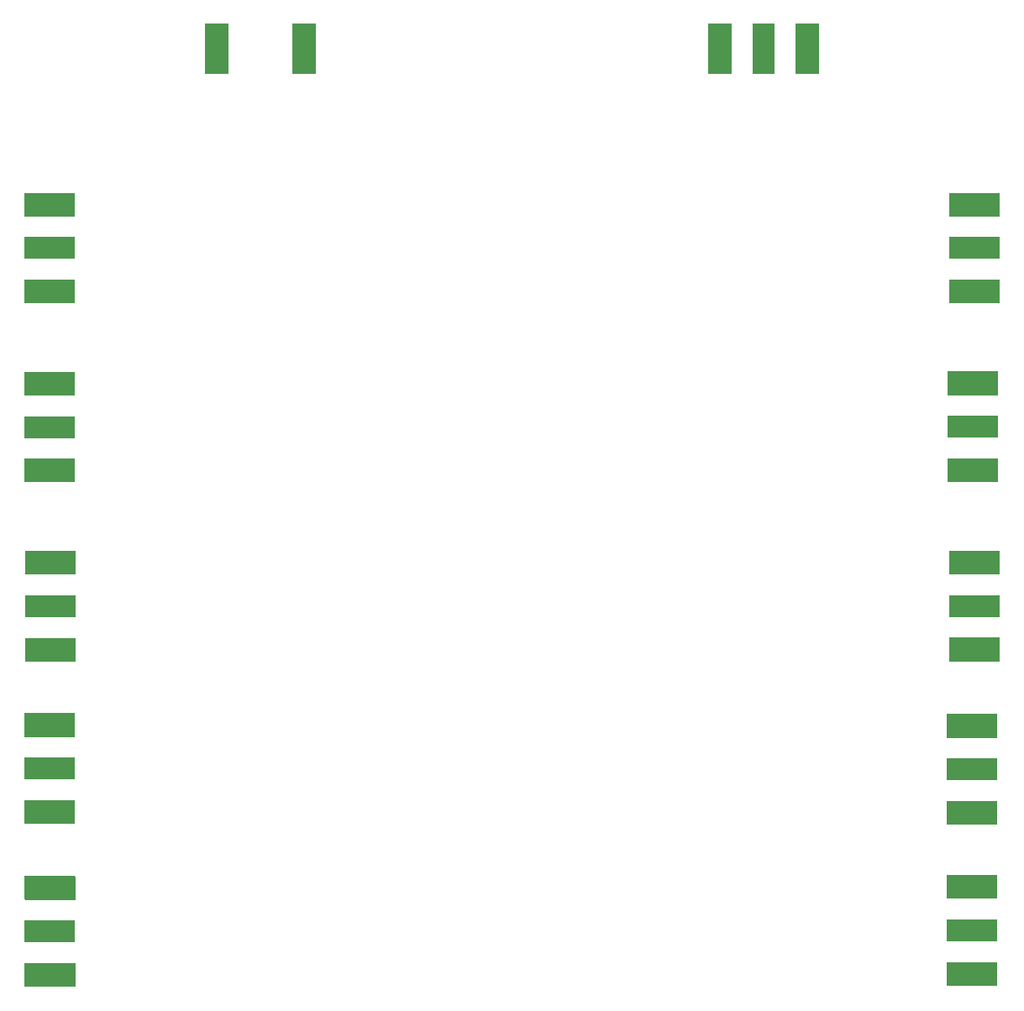
<source format=gbs>
G04 #@! TF.GenerationSoftware,KiCad,Pcbnew,(6.0.1)*
G04 #@! TF.CreationDate,2022-06-06T21:41:38+02:00*
G04 #@! TF.ProjectId,rf_test_board,72665f74-6573-4745-9f62-6f6172642e6b,rev?*
G04 #@! TF.SameCoordinates,Original*
G04 #@! TF.FileFunction,Soldermask,Bot*
G04 #@! TF.FilePolarity,Negative*
%FSLAX46Y46*%
G04 Gerber Fmt 4.6, Leading zero omitted, Abs format (unit mm)*
G04 Created by KiCad (PCBNEW (6.0.1)) date 2022-06-06 21:41:38*
%MOMM*%
%LPD*%
G01*
G04 APERTURE LIST*
%ADD10R,5.080000X2.420000*%
%ADD11R,5.080000X2.290000*%
%ADD12R,2.420000X5.080000*%
%ADD13R,2.290000X5.080000*%
G04 APERTURE END LIST*
D10*
X57129000Y-128181000D03*
X57129000Y-119421000D03*
D11*
X150297300Y-123774200D03*
D10*
X150297300Y-128154200D03*
X150297300Y-119394200D03*
D11*
X57093700Y-140169900D03*
D10*
X57093700Y-144549900D03*
X57093700Y-135789900D03*
X150304850Y-128179600D03*
X150304850Y-119419600D03*
X57097000Y-92074000D03*
X57097000Y-83314000D03*
D11*
X150114350Y-105721150D03*
D10*
X150114350Y-110101150D03*
X150114350Y-101341150D03*
X150063200Y-135893000D03*
X150063200Y-144653000D03*
D11*
X57092000Y-87695000D03*
D10*
X57092000Y-92075000D03*
X57092000Y-83315000D03*
X57087000Y-135816800D03*
X57087000Y-144576800D03*
D11*
X57067450Y-105752900D03*
D10*
X57067450Y-101372900D03*
X57067450Y-110132900D03*
X150114350Y-110094800D03*
X150114350Y-101334800D03*
D11*
X150068700Y-140258800D03*
D10*
X150068700Y-135878800D03*
X150068700Y-144638800D03*
X57073450Y-101372900D03*
X57073450Y-110132900D03*
D11*
X150069900Y-156502100D03*
D10*
X150069900Y-152122100D03*
X150069900Y-160882100D03*
D12*
X82685000Y-67624000D03*
X73925000Y-67624000D03*
D10*
X150275000Y-83302000D03*
X150275000Y-92062000D03*
X57112400Y-152225200D03*
X57112400Y-160985200D03*
D13*
X129018000Y-67635000D03*
D12*
X124638000Y-67635000D03*
X133398000Y-67635000D03*
D11*
X150274000Y-87694000D03*
D10*
X150274000Y-92074000D03*
X150274000Y-83314000D03*
X150063200Y-152123600D03*
X150063200Y-160883600D03*
X57130600Y-128180000D03*
X57130600Y-119420000D03*
D11*
X57130600Y-123800000D03*
X57092850Y-156584650D03*
D10*
X57092850Y-152204650D03*
X57092850Y-160964650D03*
M02*

</source>
